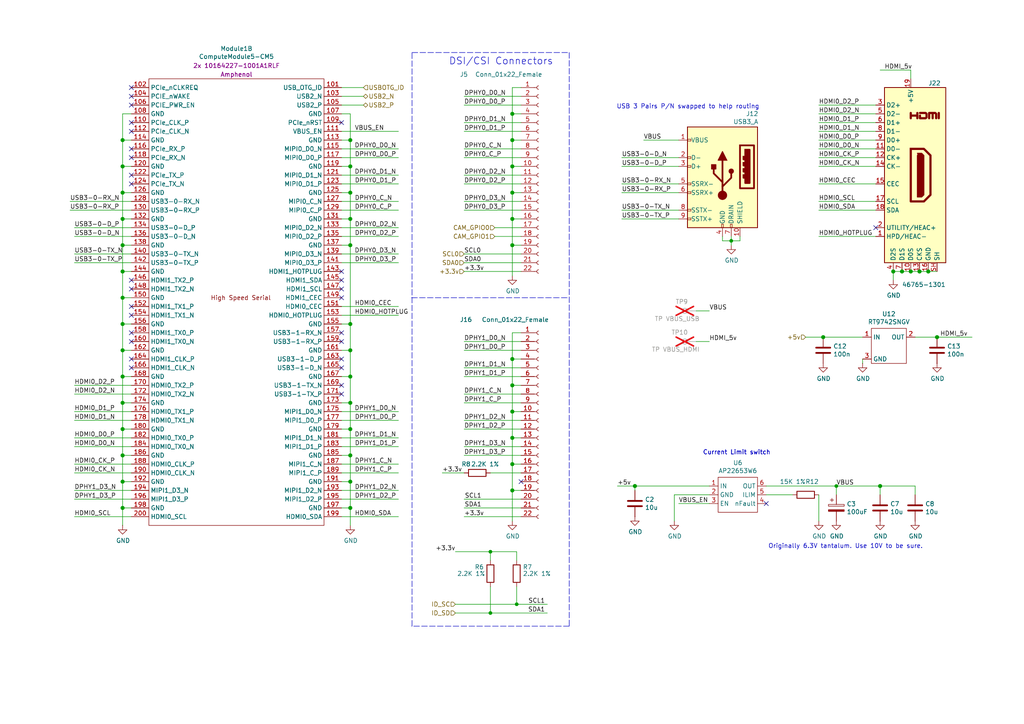
<source format=kicad_sch>
(kicad_sch (version 20250114) (generator "eeschema") (generator_version "9.0")
  (paper "A4")
  (title_block (title "Compute Module 5 IO Board - CM5 - Highspeed") (rev "1") (company "Copyright © 2024 Raspberry Pi Ltd.") (comment 1 "www.raspberrypi.com"))
  (text "USB 3 Pairs P/N swapped to help routing" (at 178.816 31.75 0) (effects (font (size 1.27 1.27)) (justify left bottom)))
  (text "Current Limit switch" (at 223.52 132.08 0) (effects (font (size 1.27 1.27)) (justify right bottom)))
  (text "DSI/CSI Connectors" (at 130.175 19.05 0) (effects (font (size 2.0066 2.0066)) (justify left bottom)))
  (text "Current Limit switch" (at 223.52 132.08 0) (effects (font (size 1.27 1.27)) (justify right bottom)))
  (text "Originally 6.3V tantalum. Use 10V to be sure.\n" (at 267.716 159.258 0) (effects (font (size 1.27 1.27)) (justify right bottom)))
  (junction (at 148.59 33.02) (diameter 1.016))
  (junction (at 142.24 160.02))
  (junction (at 35.56 147.32) (diameter 1.016))
  (junction (at 35.56 132.08) (diameter 1.016))
  (junction (at 148.59 119.38) (diameter 1.016))
  (junction (at 101.6 132.08) (diameter 1.016))
  (junction (at 35.56 71.12) (diameter 1.016))
  (junction (at 101.6 55.88) (diameter 1.016))
  (junction (at 255.27 140.97) (diameter 1.016))
  (junction (at 266.7 78.74) (diameter 1.016))
  (junction (at 148.59 142.24) (diameter 1.016))
  (junction (at 148.59 134.62) (diameter 1.016))
  (junction (at 101.6 147.32) (diameter 1.016))
  (junction (at 35.56 40.64) (diameter 1.016))
  (junction (at 148.59 104.14) (diameter 1.016))
  (junction (at 101.6 40.64) (diameter 1.016))
  (junction (at 148.59 55.88) (diameter 1.016))
  (junction (at 35.56 55.88) (diameter 1.016))
  (junction (at 101.6 101.6) (diameter 1.016))
  (junction (at 238.76 97.79) (diameter 1.016))
  (junction (at 101.6 124.46) (diameter 1.016))
  (junction (at 269.24 78.74) (diameter 1.016))
  (junction (at 148.59 48.26) (diameter 1.016))
  (junction (at 149.86 175.26))
  (junction (at 35.56 78.74) (diameter 1.016))
  (junction (at 101.6 116.84) (diameter 1.016))
  (junction (at 148.59 127) (diameter 1.016))
  (junction (at 35.56 48.26) (diameter 1.016))
  (junction (at 101.6 63.5) (diameter 1.016))
  (junction (at 259.08 78.74) (diameter 1.016))
  (junction (at 184.15 140.97) (diameter 1.016))
  (junction (at 142.24 177.8))
  (junction (at 101.6 48.26) (diameter 1.016))
  (junction (at 35.56 139.7) (diameter 1.016))
  (junction (at 101.6 139.7) (diameter 1.016))
  (junction (at 148.59 63.5) (diameter 1.016))
  (junction (at 101.6 93.98) (diameter 1.016))
  (junction (at 35.56 101.6) (diameter 1.016))
  (junction (at 261.62 78.74) (diameter 1.016))
  (junction (at 35.56 116.84) (diameter 1.016))
  (junction (at 35.56 86.36) (diameter 1.016))
  (junction (at 101.6 71.12) (diameter 1.016))
  (junction (at 212.09 69.85))
  (junction (at 101.6 109.22) (diameter 1.016))
  (junction (at 35.56 63.5) (diameter 1.016))
  (junction (at 271.78 97.79) (diameter 1.016))
  (junction (at 264.16 78.74) (diameter 1.016))
  (junction (at 148.59 111.76) (diameter 1.016))
  (junction (at 242.57 140.97))
  (junction (at 35.56 93.98) (diameter 1.016))
  (junction (at 148.59 40.64) (diameter 1.016))
  (junction (at 148.59 71.12) (diameter 1.016))
  (junction (at 35.56 124.46) (diameter 1.016))
  (junction (at 35.56 109.22) (diameter 1.016))
  (no_connect (at 38.1 38.1))
  (no_connect (at 38.1 25.4))
  (no_connect (at 99.06 111.76))
  (no_connect (at 99.06 35.56))
  (no_connect (at 38.1 96.52))
  (no_connect (at 222.25 146.05))
  (no_connect (at 38.1 45.72))
  (no_connect (at 38.1 30.48))
  (no_connect (at 38.1 106.68))
  (no_connect (at 38.1 53.34))
  (no_connect (at 254 66.04))
  (no_connect (at 99.06 83.82))
  (no_connect (at 99.06 86.36))
  (no_connect (at 151.13 139.7))
  (no_connect (at 99.06 99.06))
  (no_connect (at 38.1 81.28))
  (no_connect (at 99.06 104.14))
  (no_connect (at 38.1 50.8))
  (no_connect (at 99.06 78.74))
  (no_connect (at 38.1 43.18))
  (no_connect (at 38.1 104.14))
  (no_connect (at 99.06 114.3))
  (no_connect (at 99.06 96.52))
  (no_connect (at 38.1 91.44))
  (no_connect (at 99.06 106.68))
  (no_connect (at 99.06 81.28))
  (no_connect (at 38.1 99.06))
  (no_connect (at 38.1 83.82))
  (no_connect (at 38.1 88.9))
  (no_connect (at 38.1 35.56))
  (no_connect (at 38.1 27.94))
  (wire (pts (xy 134.62 109.22) (xy 151.13 109.22)))
  (wire (pts (xy 99.06 144.78) (xy 115.57 144.78)))
  (wire (pts (xy 21.59 111.76) (xy 38.1 111.76)))
  (wire (pts (xy 21.59 142.24) (xy 38.1 142.24)))
  (wire (pts (xy 261.62 78.74) (xy 264.16 78.74)))
  (wire (pts (xy 179.07 140.97) (xy 184.15 140.97)))
  (wire (pts (xy 148.59 40.64) (xy 148.59 48.26)))
  (wire (pts (xy 99.06 38.1) (xy 115.57 38.1)))
  (wire (pts (xy 35.56 63.5) (xy 35.56 71.12)))
  (wire (pts (xy 35.56 139.7) (xy 35.56 147.32)))
  (wire (pts (xy 222.25 143.51) (xy 229.87 143.51)))
  (wire (pts (xy 35.56 33.02) (xy 35.56 40.64)))
  (wire (pts (xy 35.56 86.36) (xy 35.56 93.98)))
  (wire (pts (xy 237.49 68.58) (xy 254 68.58)))
  (wire (pts (xy 21.59 119.38) (xy 38.1 119.38)))
  (wire (pts (xy 35.56 71.12) (xy 35.56 78.74)))
  (wire (pts (xy 35.56 101.6) (xy 35.56 109.22)))
  (wire (pts (xy 101.6 48.26) (xy 101.6 40.64)))
  (wire (pts (xy 134.62 132.08) (xy 151.13 132.08)))
  (wire (pts (xy 99.06 30.48) (xy 105.41 30.48)))
  (wire (pts (xy 35.56 86.36) (xy 38.1 86.36)))
  (wire (pts (xy 148.59 104.14) (xy 148.59 111.76)))
  (wire (pts (xy 148.59 63.5) (xy 151.13 63.5)))
  (wire (pts (xy 148.59 33.02) (xy 148.59 40.64)))
  (wire (pts (xy 35.56 109.22) (xy 35.56 116.84)))
  (wire (pts (xy 35.56 48.26) (xy 35.56 55.88)))
  (wire (pts (xy 35.56 132.08) (xy 38.1 132.08)))
  (wire (pts (xy 101.6 71.12) (xy 101.6 63.5)))
  (wire (pts (xy 238.76 97.79) (xy 250.19 97.79)))
  (wire (pts (xy 237.49 53.34) (xy 254 53.34)))
  (wire (pts (xy 99.06 119.38) (xy 115.57 119.38)))
  (wire (pts (xy 266.7 78.74) (xy 269.24 78.74)))
  (polyline (pts (xy 165.1 15.24) (xy 165.1 181.61)) (stroke (width 0) (type dash)))
  (wire (pts (xy 132.08 177.8) (xy 142.24 177.8)))
  (wire (pts (xy 35.56 109.22) (xy 38.1 109.22)))
  (wire (pts (xy 38.1 147.32) (xy 35.56 147.32)))
  (wire (pts (xy 148.59 55.88) (xy 148.59 63.5)))
  (wire (pts (xy 142.24 160.02) (xy 149.86 160.02)))
  (wire (pts (xy 99.06 101.6) (xy 101.6 101.6)))
  (wire (pts (xy 265.43 97.79) (xy 271.78 97.79)))
  (wire (pts (xy 148.59 48.26) (xy 151.13 48.26)))
  (wire (pts (xy 35.56 55.88) (xy 35.56 63.5)))
  (wire (pts (xy 132.08 160.02) (xy 142.24 160.02)))
  (wire (pts (xy 21.59 114.3) (xy 38.1 114.3)))
  (wire (pts (xy 237.49 60.96) (xy 254 60.96)))
  (wire (pts (xy 142.24 170.18) (xy 142.24 177.8)))
  (wire (pts (xy 180.34 63.5) (xy 196.85 63.5)))
  (wire (pts (xy 99.06 40.64) (xy 101.6 40.64)))
  (wire (pts (xy 134.62 99.06) (xy 151.13 99.06)))
  (wire (pts (xy 151.13 73.66) (xy 134.62 73.66)))
  (wire (pts (xy 21.59 73.66) (xy 38.1 73.66)))
  (wire (pts (xy 21.59 127) (xy 38.1 127)))
  (wire (pts (xy 21.59 66.04) (xy 38.1 66.04)))
  (wire (pts (xy 142.24 160.02) (xy 142.24 162.56)))
  (wire (pts (xy 101.6 124.46) (xy 101.6 132.08)))
  (wire (pts (xy 148.59 96.52) (xy 148.59 104.14)))
  (wire (pts (xy 195.58 143.51) (xy 195.58 151.13)))
  (wire (pts (xy 99.06 149.86) (xy 115.57 149.86)))
  (wire (pts (xy 149.86 160.02) (xy 149.86 162.56)))
  (wire (pts (xy 196.85 146.05) (xy 205.74 146.05)))
  (wire (pts (xy 237.49 43.18) (xy 254 43.18)))
  (wire (pts (xy 101.6 116.84) (xy 101.6 124.46)))
  (wire (pts (xy 134.62 114.3) (xy 151.13 114.3)))
  (wire (pts (xy 21.59 129.54) (xy 38.1 129.54)))
  (wire (pts (xy 21.59 76.2) (xy 38.1 76.2)))
  (wire (pts (xy 101.6 147.32) (xy 101.6 152.4)))
  (wire (pts (xy 99.06 50.8) (xy 115.57 50.8)))
  (wire (pts (xy 255.27 143.51) (xy 255.27 140.97)))
  (wire (pts (xy 99.06 76.2) (xy 115.57 76.2)))
  (wire (pts (xy 271.78 97.79) (xy 281.94 97.79)))
  (wire (pts (xy 99.06 132.08) (xy 101.6 132.08)))
  (wire (pts (xy 201.93 99.06) (xy 205.74 99.06)))
  (wire (pts (xy 259.08 78.74) (xy 259.08 81.28)))
  (wire (pts (xy 148.59 119.38) (xy 148.59 127)))
  (wire (pts (xy 237.49 40.64) (xy 254 40.64)))
  (wire (pts (xy 99.06 88.9) (xy 115.57 88.9)))
  (wire (pts (xy 237.49 143.51) (xy 237.49 151.13)))
  (wire (pts (xy 250.19 104.14) (xy 250.19 105.41)))
  (wire (pts (xy 205.74 143.51) (xy 195.58 143.51)))
  (wire (pts (xy 180.34 45.72) (xy 196.85 45.72)))
  (wire (pts (xy 142.24 137.16) (xy 151.13 137.16)))
  (wire (pts (xy 35.56 63.5) (xy 38.1 63.5)))
  (wire (pts (xy 180.34 55.88) (xy 196.85 55.88)))
  (wire (pts (xy 143.51 68.58) (xy 151.13 68.58)))
  (wire (pts (xy 148.59 134.62) (xy 151.13 134.62)))
  (wire (pts (xy 99.06 48.26) (xy 101.6 48.26)))
  (wire (pts (xy 134.62 58.42) (xy 151.13 58.42)))
  (wire (pts (xy 134.62 35.56) (xy 151.13 35.56)))
  (wire (pts (xy 151.13 147.32) (xy 134.62 147.32)))
  (wire (pts (xy 134.62 106.68) (xy 151.13 106.68)))
  (wire (pts (xy 101.6 93.98) (xy 101.6 101.6)))
  (wire (pts (xy 209.55 68.58) (xy 209.55 69.85)))
  (wire (pts (xy 134.62 53.34) (xy 151.13 53.34)))
  (wire (pts (xy 134.62 38.1) (xy 151.13 38.1)))
  (wire (pts (xy 35.56 116.84) (xy 35.56 124.46)))
  (wire (pts (xy 35.56 40.64) (xy 38.1 40.64)))
  (polyline (pts (xy 119.38 86.36) (xy 165.1 86.36)) (stroke (width 0) (type dash)))
  (wire (pts (xy 38.1 139.7) (xy 35.56 139.7)))
  (wire (pts (xy 180.34 53.34) (xy 196.85 53.34)))
  (wire (pts (xy 151.13 149.86) (xy 134.62 149.86)))
  (wire (pts (xy 99.06 73.66) (xy 115.57 73.66)))
  (wire (pts (xy 148.59 111.76) (xy 148.59 119.38)))
  (wire (pts (xy 222.25 140.97) (xy 242.57 140.97)))
  (wire (pts (xy 99.06 45.72) (xy 115.57 45.72)))
  (wire (pts (xy 242.57 140.97) (xy 255.27 140.97)))
  (wire (pts (xy 21.59 134.62) (xy 38.1 134.62)))
  (wire (pts (xy 184.15 140.97) (xy 205.74 140.97)))
  (wire (pts (xy 134.62 129.54) (xy 151.13 129.54)))
  (wire (pts (xy 237.49 38.1) (xy 254 38.1)))
  (wire (pts (xy 148.59 127) (xy 151.13 127)))
  (wire (pts (xy 148.59 25.4) (xy 148.59 33.02)))
  (wire (pts (xy 264.16 78.74) (xy 266.7 78.74)))
  (wire (pts (xy 212.09 69.85) (xy 214.63 69.85)))
  (wire (pts (xy 35.56 124.46) (xy 38.1 124.46)))
  (wire (pts (xy 142.24 177.8) (xy 158.75 177.8)))
  (wire (pts (xy 233.68 97.79) (xy 238.76 97.79)))
  (wire (pts (xy 99.06 68.58) (xy 115.57 68.58)))
  (wire (pts (xy 99.06 55.88) (xy 101.6 55.88)))
  (wire (pts (xy 148.59 71.12) (xy 151.13 71.12)))
  (wire (pts (xy 148.59 142.24) (xy 148.59 151.13)))
  (wire (pts (xy 99.06 58.42) (xy 115.57 58.42)))
  (wire (pts (xy 148.59 119.38) (xy 151.13 119.38)))
  (wire (pts (xy 99.06 116.84) (xy 101.6 116.84)))
  (wire (pts (xy 99.06 93.98) (xy 101.6 93.98)))
  (wire (pts (xy 148.59 71.12) (xy 148.59 80.01)))
  (wire (pts (xy 101.6 139.7) (xy 101.6 147.32)))
  (wire (pts (xy 101.6 55.88) (xy 101.6 48.26)))
  (wire (pts (xy 214.63 69.85) (xy 214.63 68.58)))
  (wire (pts (xy 148.59 134.62) (xy 148.59 142.24)))
  (wire (pts (xy 134.62 60.96) (xy 151.13 60.96)))
  (wire (pts (xy 99.06 134.62) (xy 115.57 134.62)))
  (wire (pts (xy 99.06 91.44) (xy 115.57 91.44)))
  (wire (pts (xy 134.62 121.92) (xy 151.13 121.92)))
  (wire (pts (xy 151.13 78.74) (xy 134.62 78.74)))
  (wire (pts (xy 99.06 66.04) (xy 115.57 66.04)))
  (wire (pts (xy 237.49 30.48) (xy 254 30.48)))
  (wire (pts (xy 134.62 27.94) (xy 151.13 27.94)))
  (wire (pts (xy 151.13 96.52) (xy 148.59 96.52)))
  (wire (pts (xy 101.6 109.22) (xy 101.6 116.84)))
  (wire (pts (xy 99.06 43.18) (xy 115.57 43.18)))
  (wire (pts (xy 35.56 93.98) (xy 38.1 93.98)))
  (wire (pts (xy 35.56 116.84) (xy 38.1 116.84)))
  (wire (pts (xy 134.62 50.8) (xy 151.13 50.8)))
  (wire (pts (xy 99.06 63.5) (xy 101.6 63.5)))
  (wire (pts (xy 38.1 33.02) (xy 35.56 33.02)))
  (polyline (pts (xy 119.507 15.24) (xy 165.1 15.24)) (stroke (width 0) (type dash)))
  (wire (pts (xy 21.59 144.78) (xy 38.1 144.78)))
  (wire (pts (xy 99.06 142.24) (xy 115.57 142.24)))
  (wire (pts (xy 151.13 144.78) (xy 134.62 144.78)))
  (wire (pts (xy 201.93 90.17) (xy 205.74 90.17)))
  (wire (pts (xy 148.59 40.64) (xy 151.13 40.64)))
  (wire (pts (xy 264.16 20.32) (xy 264.16 22.86)))
  (wire (pts (xy 255.27 140.97) (xy 265.43 140.97)))
  (wire (pts (xy 35.56 71.12) (xy 38.1 71.12)))
  (wire (pts (xy 35.56 124.46) (xy 35.56 132.08)))
  (wire (pts (xy 99.06 60.96) (xy 115.57 60.96)))
  (wire (pts (xy 99.06 127) (xy 115.57 127)))
  (wire (pts (xy 180.34 48.26) (xy 196.85 48.26)))
  (wire (pts (xy 242.57 140.97) (xy 242.57 143.51)))
  (wire (pts (xy 149.86 175.26) (xy 158.75 175.26)))
  (wire (pts (xy 35.56 101.6) (xy 38.1 101.6)))
  (wire (pts (xy 148.59 33.02) (xy 151.13 33.02)))
  (wire (pts (xy 20.32 60.96) (xy 38.1 60.96)))
  (wire (pts (xy 269.24 78.74) (xy 271.78 78.74)))
  (wire (pts (xy 209.55 69.85) (xy 212.09 69.85)))
  (wire (pts (xy 180.34 60.96) (xy 196.85 60.96)))
  (wire (pts (xy 99.06 124.46) (xy 101.6 124.46)))
  (wire (pts (xy 148.59 104.14) (xy 151.13 104.14)))
  (wire (pts (xy 35.56 55.88) (xy 38.1 55.88)))
  (wire (pts (xy 132.08 175.26) (xy 149.86 175.26)))
  (wire (pts (xy 21.59 149.86) (xy 38.1 149.86)))
  (wire (pts (xy 134.62 30.48) (xy 151.13 30.48)))
  (wire (pts (xy 99.06 109.22) (xy 101.6 109.22)))
  (wire (pts (xy 151.13 25.4) (xy 148.59 25.4)))
  (wire (pts (xy 149.86 170.18) (xy 149.86 175.26)))
  (wire (pts (xy 237.49 45.72) (xy 254 45.72)))
  (wire (pts (xy 143.51 66.04) (xy 151.13 66.04)))
  (wire (pts (xy 99.06 53.34) (xy 115.57 53.34)))
  (wire (pts (xy 259.08 78.74) (xy 261.62 78.74)))
  (wire (pts (xy 255.27 20.32) (xy 264.16 20.32)))
  (wire (pts (xy 35.56 132.08) (xy 35.56 139.7)))
  (wire (pts (xy 134.62 101.6) (xy 151.13 101.6)))
  (wire (pts (xy 99.06 129.54) (xy 115.57 129.54)))
  (wire (pts (xy 99.06 27.94) (xy 105.41 27.94)))
  (wire (pts (xy 20.32 58.42) (xy 38.1 58.42)))
  (wire (pts (xy 101.6 40.64) (xy 101.6 33.02)))
  (wire (pts (xy 128.27 137.16) (xy 134.62 137.16)))
  (wire (pts (xy 148.59 48.26) (xy 148.59 55.88)))
  (wire (pts (xy 101.6 63.5) (xy 101.6 55.88)))
  (wire (pts (xy 212.09 69.85) (xy 212.09 71.12)))
  (wire (pts (xy 151.13 76.2) (xy 134.62 76.2)))
  (wire (pts (xy 237.49 58.42) (xy 254 58.42)))
  (wire (pts (xy 212.09 68.58) (xy 212.09 69.85)))
  (wire (pts (xy 35.56 78.74) (xy 38.1 78.74)))
  (wire (pts (xy 101.6 132.08) (xy 101.6 139.7)))
  (wire (pts (xy 35.56 48.26) (xy 38.1 48.26)))
  (wire (pts (xy 99.06 121.92) (xy 115.57 121.92)))
  (wire (pts (xy 101.6 71.12) (xy 101.6 93.98)))
  (wire (pts (xy 134.62 43.18) (xy 151.13 43.18)))
  (wire (pts (xy 35.56 93.98) (xy 35.56 101.6)))
  (wire (pts (xy 148.59 142.24) (xy 151.13 142.24)))
  (wire (pts (xy 99.06 71.12) (xy 101.6 71.12)))
  (polyline (pts (xy 119.507 181.61) (xy 119.507 15.24)) (stroke (width 0) (type dash)))
  (wire (pts (xy 21.59 68.58) (xy 38.1 68.58)))
  (wire (pts (xy 184.15 142.24) (xy 184.15 140.97)))
  (wire (pts (xy 186.69 40.64) (xy 196.85 40.64)))
  (wire (pts (xy 101.6 33.02) (xy 99.06 33.02)))
  (wire (pts (xy 148.59 63.5) (xy 148.59 71.12)))
  (wire (pts (xy 101.6 101.6) (xy 101.6 109.22)))
  (wire (pts (xy 21.59 121.92) (xy 38.1 121.92)))
  (wire (pts (xy 35.56 78.74) (xy 35.56 86.36)))
  (wire (pts (xy 35.56 147.32) (xy 35.56 152.4)))
  (wire (pts (xy 148.59 127) (xy 148.59 134.62)))
  (wire (pts (xy 99.06 147.32) (xy 101.6 147.32)))
  (wire (pts (xy 134.62 116.84) (xy 151.13 116.84)))
  (wire (pts (xy 265.43 140.97) (xy 265.43 143.51)))
  (wire (pts (xy 35.56 40.64) (xy 35.56 48.26)))
  (wire (pts (xy 148.59 55.88) (xy 151.13 55.88)))
  (wire (pts (xy 99.06 139.7) (xy 101.6 139.7)))
  (wire (pts (xy 237.49 33.02) (xy 254 33.02)))
  (wire (pts (xy 148.59 111.76) (xy 151.13 111.76)))
  (wire (pts (xy 21.59 137.16) (xy 38.1 137.16)))
  (wire (pts (xy 237.49 35.56) (xy 254 35.56)))
  (polyline (pts (xy 165.1 181.61) (xy 119.38 181.61)) (stroke (width 0) (type dash)))
  (wire (pts (xy 237.49 48.26) (xy 254 48.26)))
  (wire (pts (xy 134.62 124.46) (xy 151.13 124.46)))
  (wire (pts (xy 99.06 137.16) (xy 115.57 137.16)))
  (wire (pts (xy 134.62 45.72) (xy 151.13 45.72)))
  (wire (pts (xy 105.41 25.4) (xy 99.06 25.4)))
  (label "HDMI0_D1_N" (at 21.59 121.92 0))
  (label "DPHY1_D3_P" (at 21.59 144.78 0))
  (label "DPHY0_D1_P" (at 114.935 53.34 180))
  (label "USB3-0-TX_N" (at 180.34 60.96 0))
  (label "DPHY0_D2_N" (at 134.62 50.8 0))
  (label "HDMI0_CK_N" (at 237.49 48.26 0))
  (label "VBUS_EN" (at 102.87 38.1 0))
  (label "HDMI0_D2_N" (at 237.49 33.02 0))
  (label "HDMI0_D1_N" (at 237.49 38.1 0))
  (label "SDA0" (at 134.62 76.2 0))
  (label "DPHY0_D0_P" (at 114.935 45.72 180))
  (label "+3.3v" (at 132.08 160.02 180))
  (label "DPHY1_D1_P" (at 134.62 109.22 0))
  (label "HDMI0_D0_P" (at 237.49 40.64 0))
  (label "DPHY1_C_N" (at 102.87 134.62 0))
  (label "DPHY1_C_N" (at 134.62 114.3 0))
  (label "USB3-0-RX_P" (at 180.34 55.88 0))
  (label "DPHY0_D0_N" (at 134.62 27.94 0))
  (label "DPHY1_D3_N" (at 134.62 129.54 0))
  (label "USB3-0-D_N" (at 21.59 68.58 0))
  (label "SCL0" (at 134.62 73.66 0))
  (label "HDMI0_D2_P" (at 21.59 111.76 0))
  (label "USB3-0-RX_N" (at 180.34 53.34 0))
  (label "DPHY1_D2_N" (at 102.87 142.24 0))
  (label "+3.3v" (at 134.62 78.74 0))
  (label "USB3-0-D_P" (at 180.34 48.26 0))
  (label "SCL1" (at 139.7 144.78 180))
  (label "USB3-0-TX_N" (at 21.59 73.66 0))
  (label "VBUS_EN" (at 196.85 146.05 0))
  (label "+5v" (at 179.07 140.97 0))
  (label "HDMI0_CK_P" (at 21.59 134.62 0))
  (label "USB3-0-TX_P" (at 21.59 76.2 0))
  (label "DPHY0_D3_P" (at 114.935 76.2 180))
  (label "DPHY1_D2_P" (at 134.62 124.46 0))
  (label "DPHY1_D0_P" (at 134.62 101.6 0))
  (label "USB3-0-RX_N" (at 20.32 58.42 0))
  (label "DPHY0_D0_P" (at 134.62 30.48 0))
  (label "DPHY0_C_P" (at 102.87 60.96 0))
  (label "DPHY1_C_P" (at 102.87 137.16 0))
  (label "HDMI0_CK_N" (at 21.59 137.16 0))
  (label "HDMI0_CEC" (at 102.87 88.9 0))
  (label "HDMI0_D2_N" (at 21.59 114.3 0))
  (label "HDMI0_D0_N" (at 237.49 43.18 0))
  (label "DPHY1_D3_P" (at 134.62 132.08 0))
  (label "HDMI0_HOTPLUG" (at 237.49 68.58 0))
  (label "DPHY1_D1_N" (at 114.935 127 180))
  (label "VBUS" (at 205.74 90.17 0))
  (label "DPHY1_D0_N" (at 134.62 99.06 0))
  (label "DPHY0_D2_N" (at 102.87 66.04 0))
  (label "HDMI0_D1_P" (at 21.59 119.38 0))
  (label "DPHY0_D3_N" (at 114.935 73.66 180))
  (label "HDMI0_D0_P" (at 21.59 127 0))
  (label "DPHY0_C_N" (at 134.62 43.18 0))
  (label "DPHY1_D2_N" (at 134.62 121.92 0))
  (label "DPHY0_D2_P" (at 102.87 68.58 0))
  (label "DPHY0_D2_P" (at 134.62 53.34 0))
  (label "HDMI0_D2_P" (at 237.49 30.48 0))
  (label "DPHY0_D1_N" (at 114.935 50.8 180))
  (label "DPHY0_D3_P" (at 134.62 60.96 0))
  (label "DPHY0_D1_N" (at 134.62 35.56 0))
  (label "HDMI_5v" (at 280.67 97.79 180))
  (label "DPHY0_D3_N" (at 134.62 58.42 0))
  (label "VBUS" (at 242.57 140.97 0))
  (label "USB3-0-D_P" (at 21.59 66.04 0))
  (label "VBUS" (at 186.69 40.64 0))
  (label "HDMI0_SCL" (at 21.59 149.86 0))
  (label "DPHY1_D0_N" (at 114.935 119.38 180))
  (label "DPHY1_D0_P" (at 114.935 121.92 180))
  (label "DPHY0_D1_P" (at 134.62 38.1 0))
  (label "HDMI0_CK_P" (at 237.49 45.72 0))
  (label "DPHY1_D1_N" (at 134.62 106.68 0))
  (label "SDA1" (at 139.7 147.32 180))
  (label "DPHY1_D2_P" (at 102.87 144.78 0))
  (label "USB3-0-RX_P" (at 20.32 60.96 0))
  (label "DPHY1_D1_P" (at 114.935 129.54 180))
  (label "HDMI0_HOTPLUG" (at 102.87 91.44 0))
  (label "HDMI_5v" (at 205.74 99.06 0))
  (label "HDMI0_CEC" (at 237.49 53.34 0))
  (label "DPHY0_D0_N" (at 114.935 43.18 180))
  (label "HDMI0_SDA" (at 237.49 60.96 0))
  (label "DPHY0_C_P" (at 134.62 45.72 0))
  (label "HDMI0_D1_P" (at 237.49 35.56 0))
  (label "+3.3v" (at 134.62 149.86 0))
  (label "USB3-0-D_N" (at 180.34 45.72 0))
  (label "SCL1" (at 158.115 175.26 180))
  (label "SDA1" (at 158.115 177.8 180))
  (label "HDMI0_SCL" (at 237.49 58.42 0))
  (label "HDMI0_D0_N" (at 21.59 129.54 0))
  (label "HDMI0_SDA" (at 102.87 149.86 0))
  (label "DPHY1_C_P" (at 134.62 116.84 0))
  (label "HDMI_5v" (at 256.54 20.32 0))
  (label "+3.3v" (at 128.27 137.16 0))
  (label "DPHY0_C_N" (at 102.87 58.42 0))
  (label "DPHY1_D3_N" (at 21.59 142.24 0))
  (label "USB3-0-TX_P" (at 180.34 63.5 0))
  (hierarchical_label "USBOTG_ID" (shape input) (at 105.41 25.4 0))
  (hierarchical_label "CAM_GPIO0" (shape input) (at 143.51 66.04 180))
  (hierarchical_label "+5v" (shape input) (at 233.68 97.79 180))
  (hierarchical_label "SCL0" (shape input) (at 134.62 73.66 180))
  (hierarchical_label "ID_SC" (shape input) (at 132.08 175.26 180))
  (hierarchical_label "+3.3v" (shape input) (at 134.62 78.74 180))
  (hierarchical_label "USB2_P" (shape bidirectional) (at 105.41 30.48 0))
  (hierarchical_label "USB2_N" (shape bidirectional) (at 105.41 27.94 0))
  (hierarchical_label "ID_SD" (shape input) (at 132.08 177.8 180))
  (hierarchical_label "CAM_GPIO1" (shape input) (at 143.51 68.58 180))
  (hierarchical_label "SDA0" (shape input) (at 134.62 76.2 180))
  (symbol (lib_id "power:GND") (at 259.08 81.28 0) (unit 1)
    (property "Reference" "#PWR0128" (effects (hide yes)))
    (property "Value" "GND" (at 259.207 85.6742 0))
    (property "Description" "Power symbol creates a global label with name \"GND\" , ground" (effects (hide yes)))
  )
  (symbol (lib_id "power:GND") (at 101.6 152.4 0) (unit 1)
    (property "Reference" "#PWR0130" (effects (hide yes)))
    (property "Value" "GND" (at 101.727 156.7942 0))
    (property "Description" "Power symbol creates a global label with name \"GND\" , ground" (effects (hide yes)))
  )
  (symbol (lib_id "power:GND") (at 35.56 152.4 0) (unit 1)
    (property "Reference" "#PWR0131" (effects (hide yes)))
    (property "Value" "GND" (at 35.687 156.7942 0))
    (property "Description" "Power symbol creates a global label with name \"GND\" , ground" (effects (hide yes)))
  )
  (symbol (lib_id "power:GND") (at 148.59 80.01 0) (unit 1)
    (property "Reference" "#PWR0134" (effects (hide yes)))
    (property "Value" "GND" (at 148.717 84.4042 0))
    (property "Description" "Power symbol creates a global label with name \"GND\" , ground" (effects (hide yes)))
  )
  (symbol (lib_id "power:GND") (at 148.59 151.13 0) (unit 1)
    (property "Reference" "#PWR0135" (effects (hide yes)))
    (property "Value" "GND" (at 148.717 155.5242 0))
    (property "Description" "Power symbol creates a global label with name \"GND\" , ground" (effects (hide yes)))
  )
  (symbol (lib_id "Device:R") (at 142.24 166.37 0) (unit 1)
    (property "Reference" "R6" (at 137.668 164.465 0) (effects (justify left)))
    (property "Value" "2.2K 1%" (at 132.588 166.37 0) (effects (justify left)))
    (property "Footprint" "Resistor_SMD:R_0402_1005Metric" (effects (hide yes)))
    (property "Datasheet" "https://fscdn.rohm.com/en/products/databook/datasheet/passive/resistor/chip_resistor/mcr-e.pdf" (effects (hide yes)))
    (property "Field4" "Farnell" (effects (hide yes)))
    (property "Part Description" "Resistor 2.2K M1005 1% 63mW" (effects (hide yes)))
  )
  (symbol (lib_id "Device:R") (at 149.86 166.37 0) (unit 1)
    (property "Reference" "R7" (at 151.638 164.465 0) (effects (justify left)))
    (property "Value" "2.2K 1%" (at 151.638 166.37 0) (effects (justify left)))
    (property "Footprint" "Resistor_SMD:R_0402_1005Metric" (effects (hide yes)))
    (property "Datasheet" "https://fscdn.rohm.com/en/products/databook/datasheet/passive/resistor/chip_resistor/mcr-e.pdf" (effects (hide yes)))
    (property "Field4" "Farnell" (effects (hide yes)))
    (property "Part Description" "Resistor 2.2K M1005 1% 63mW" (effects (hide yes)))
  )
  (symbol (lib_id "Connector:Conn_01x22_Socket") (at 156.21 50.8 0) (unit 1)
    (property "Reference" "J5" (at 133.35 21.59 0) (effects (justify left)))
    (property "Value" "Conn_01x22_Female" (at 137.795 21.59 0) (effects (justify left)))
    (property "Footprint" "CM5IO:Hirose_FH12-22S-0.5SH_1x22-1MP_P0.50mm_Horizontal" (effects (hide yes)))
    (property "Datasheet" "https://www.hirose.com/product/document?clcode=&productname=&series=FH12&documenttype=Catalog&lang=en&documentid=D31648_en" (effects (hide yes)))
    (property "Field4" "Mouser" (effects (hide yes)))
    (property "Field5" "798-FH12-22S-0.5SH55" (effects (hide yes)))
    (property "Field6" "FH12-22S-0.5SH55" (effects (hide yes)))
    (property "Field7" "Hirose" (effects (hide yes)))
    (property "Part Description" "22 Position FFC, FPC Connector Contacts, Bottom 0.020\" (0.50mm) Surface Mount, Right Angle" (effects (hide yes)))
  )
  (symbol (lib_id "Connector:Conn_01x22_Socket") (at 156.21 121.92 0) (unit 1)
    (property "Reference" "J16" (at 133.35 92.71 0) (effects (justify left)))
    (property "Value" "Conn_01x22_Female" (at 139.7 92.71 0) (effects (justify left)))
    (property "Footprint" "CM5IO:Hirose_FH12-22S-0.5SH_1x22-1MP_P0.50mm_Horizontal" (effects (hide yes)))
    (property "Datasheet" "https://www.hirose.com/product/document?clcode=&productname=&series=FH12&documenttype=Catalog&lang=en&documentid=D31648_en" (effects (hide yes)))
    (property "Field4" "Mouser" (effects (hide yes)))
    (property "Field5" "798-FH12-22S-0.5SH55" (effects (hide yes)))
    (property "Field6" "FH12-22S-0.5SH55" (effects (hide yes)))
    (property "Field7" "Hirose" (effects (hide yes)))
    (property "Part Description" "22 Position FFC, FPC Connector Contacts, Bottom 0.020\" (0.50mm) Surface Mount, Right Angle" (effects (hide yes)))
  )
  (symbol (lib_id "Connector:HDMI_D_1.4") (at 264.16 50.8 0) (unit 1)
    (property "Reference" "J22" (at 269.24 24.13 0) (effects (justify left)))
    (property "Value" "46765-1301" (at 261.62 82.55 0) (effects (justify left)))
    (property "Footprint" "CM5IO:CONN_467651301_MOL" (effects (hide yes)))
    (property "Datasheet" "https://www.farnell.com/datasheets/2079986.pdf" (effects (hide yes)))
    (property "Description" "HDMI 1.4+ type D connector" (effects (hide yes)))
    (property "Field4" "Farnell" (effects (hide yes)))
    (property "Field5" "2614867" (effects (hide yes)))
    (property "Field6" "46765-1301" (effects (hide yes)))
    (property "Field7" "MOLEX" (effects (hide yes)))
    (property "Part Description" "0.40mm Pitch Micro HDMI Connector, Right-Angle Receptacle, Surface Mount, with Through Hole Shell Tabs and Pick-and-Place Polyimide Tape, 19 Circuits, Lead-Free " (effects (hide yes)))
  )
  (symbol (lib_id "Device:C") (at 271.78 101.6 0) (unit 1)
    (property "Reference" "C13" (at 274.701 100.4316 0) (effects (justify left)))
    (property "Value" "100n" (at 274.701 102.743 0) (effects (justify left)))
    (property "Footprint" "Capacitor_SMD:C_0402_1005Metric" (effects (hide yes)))
    (property "Datasheet" "https://search.murata.co.jp/Ceramy/image/img/A01X/G101/ENG/GRM155R71C104KA88-01.pdf" (effects (hide yes)))
    (property "Field4" "Farnell" (effects (hide yes)))
    (property "Field5" "2611911" (effects (hide yes)))
    (property "Field6" "RM EMK105 B7104KV-F" (effects (hide yes)))
    (property "Field7" "TAIYO YUDEN EUROPE GMBH" (effects (hide yes)))
    (property "Part Description" "	0.1uF 10% 16V Ceramic Capacitor X7R 0402 (1005 Metric)" (effects (hide yes)))
    (property "Field8" "110091611" (effects (hide yes)))
  )
  (symbol (lib_id "Device:C") (at 238.76 101.6 0) (unit 1)
    (property "Reference" "C12" (at 241.681 100.4316 0) (effects (justify left)))
    (property "Value" "100n" (at 241.681 102.743 0) (effects (justify left)))
    (property "Footprint" "Capacitor_SMD:C_0402_1005Metric" (effects (hide yes)))
    (property "Datasheet" "https://search.murata.co.jp/Ceramy/image/img/A01X/G101/ENG/GRM155R71C104KA88-01.pdf" (effects (hide yes)))
    (property "Field4" "Farnell" (effects (hide yes)))
    (property "Field5" "2611911" (effects (hide yes)))
    (property "Field6" "RM EMK105 B7104KV-F" (effects (hide yes)))
    (property "Field7" "TAIYO YUDEN EUROPE GMBH" (effects (hide yes)))
    (property "Part Description" "	0.1uF 10% 16V Ceramic Capacitor X7R 0402 (1005 Metric)" (effects (hide yes)))
    (property "Field8" "110091611" (effects (hide yes)))
  )
  (symbol (lib_id "CM5IO:RT9742SNGV") (at 255.27 101.6 0) (unit 1)
    (property "Reference" "U12" (at 257.81 91.059 0))
    (property "Value" "RT9742SNGV" (at 257.81 93.3704 0))
    (property "Footprint" "Package_TO_SOT_SMD:TSOT-23_HandSoldering" (effects (hide yes)))
    (property "Datasheet" "https://www.richtek.com/assets/product_file/RT9742/DS9742-10.pdf" (effects (hide yes)))
    (property "Field4" "Farnell" (effects (hide yes)))
    (property "Field5" "2575555" (effects (hide yes)))
    (property "Field6" "RT9742SNGV" (effects (hide yes)))
    (property "Field7" "RichTek" (effects (hide yes)))
    (property "Part Description" "Power Switch/Driver 1:1 N-Channel 500mA SOT-23-3" (effects (hide yes)))
    (property "Field8" "USWI00155" (effects (hide yes)))
  )
  (symbol (lib_id "power:GND") (at 271.78 105.41 0) (unit 1)
    (property "Reference" "#PWR0136" (effects (hide yes)))
    (property "Value" "GND" (at 271.907 109.8042 0))
    (property "Description" "Power symbol creates a global label with name \"GND\" , ground" (effects (hide yes)))
  )
  (symbol (lib_id "power:GND") (at 238.76 105.41 0) (unit 1)
    (property "Reference" "#PWR0137" (effects (hide yes)))
    (property "Value" "GND" (at 238.887 109.8042 0))
    (property "Description" "Power symbol creates a global label with name \"GND\" , ground" (effects (hide yes)))
  )
  (symbol (lib_id "power:GND") (at 250.19 105.41 0) (unit 1)
    (property "Reference" "#PWR0138" (effects (hide yes)))
    (property "Value" "GND" (at 250.317 109.8042 0))
    (property "Description" "Power symbol creates a global label with name \"GND\" , ground" (effects (hide yes)))
  )
  (symbol (lib_id "CM5IO:ComputeModule5-CM5") (at -71.12 86.36 0) (unit 2)
    (property "Reference" "Module1" (at 68.58 14.097 0))
    (property "Value" "ComputeModule5-CM5" (at 68.58 16.4084 0))
    (property "Footprint" "CM5IO:Raspberry-Pi-5-Compute-Module" (effects (hide yes)))
    (property "Description" "RaspberryPi Compute module 5" (effects (hide yes)))
    (property "Field4" "Amphenol" (at 68.58 21.59 0))
    (property "Field5" "2x 10164227-1001A1RLF" (at 68.58 19.05 0))
    (property "Field6" "2x 10164227-1001A1RLF" (effects (hide yes)))
    (property "Field7" "Hirose" (effects (hide yes)))
    (property "Part Description" "	100 Position Connector Receptacle, Center Strip Contacts Surface Mount Gold" (effects (hide yes)))
  )
  (symbol (lib_id "Connector:TestPoint") (at 201.93 99.06 90) (unit 1) (in_bom no) (dnp yes)
    (property "Reference" "TP10" (at 199.5678 96.393 90) (effects (justify left)))
    (property "Value" "TP VBUS_HDMI" (at 202.946 101.346 90) (effects (justify left)))
    (property "Footprint" "TestPoint:TestPoint_Pad_2.0x2.0mm" (effects (hide yes)))
    (property "Field4" "nf" (effects (hide yes)))
    (property "Field5" "nf" (effects (hide yes)))
    (property "Field6" "nf" (effects (hide yes)))
    (property "Field7" "nf" (effects (hide yes)))
    (property "Part Description" "Test point" (effects (hide yes)))
  )
  (symbol (lib_id "power:GND") (at 184.15 149.86 0) (unit 1)
    (property "Reference" "#PWR01" (effects (hide yes)))
    (property "Value" "GND" (at 184.277 154.2542 0))
    (property "Description" "Power symbol creates a global label with name \"GND\" , ground" (effects (hide yes)))
  )
  (symbol (lib_id "Device:C") (at 255.27 147.32 0) (unit 1)
    (property "Reference" "C7" (at 258.191 146.1516 0) (effects (justify left)))
    (property "Value" "10u" (at 258.191 148.463 0) (effects (justify left)))
    (property "Footprint" "Capacitor_SMD:C_0805_2012Metric" (effects (hide yes)))
    (property "Datasheet" "https://search.murata.co.jp/Ceramy/image/img/A01X/G101/ENG/GRM21BR71A106KA73-01.pdf" (effects (hide yes)))
    (property "Field5" "490-14381-1-ND" (effects (hide yes)))
    (property "Field4" "Digikey" (effects (hide yes)))
    (property "Field6" "GRM21BR71A106KA73L" (effects (hide yes)))
    (property "Field7" "Murata" (effects (hide yes)))
    (property "Part Description" "	10uF 10% 10V Ceramic Capacitor X7R 0805 (2012 Metric)" (effects (hide yes)))
    (property "Field8" "111893011" (effects (hide yes)))
  )
  (symbol (lib_id "Device:R") (at 138.43 137.16 90) (unit 1)
    (property "Reference" "R8" (at 136.525 134.62 90) (effects (justify left)))
    (property "Value" "2.2K 1%" (at 144.78 134.62 90) (effects (justify left)))
    (property "Footprint" "Resistor_SMD:R_0402_1005Metric" (effects (hide yes)))
    (property "Datasheet" "https://fscdn.rohm.com/en/products/databook/datasheet/passive/resistor/chip_resistor/mcr-e.pdf" (effects (hide yes)))
    (property "Field4" "Farnell" (effects (hide yes)))
    (property "Part Description" "Resistor 2.2K M1005 1% 63mW" (effects (hide yes)))
  )
  (symbol (lib_id "Connector:TestPoint") (at 201.93 90.17 90) (unit 1) (in_bom no) (dnp yes)
    (property "Reference" "TP9" (at 199.5678 87.503 90) (effects (justify left)))
    (property "Value" "TP VBUS_USB" (at 202.946 92.456 90) (effects (justify left)))
    (property "Footprint" "TestPoint:TestPoint_Pad_2.0x2.0mm" (effects (hide yes)))
    (property "Field4" "nf" (effects (hide yes)))
    (property "Field5" "nf" (effects (hide yes)))
    (property "Field6" "nf" (effects (hide yes)))
    (property "Field7" "nf" (effects (hide yes)))
    (property "Part Description" "Test point" (effects (hide yes)))
  )
  (symbol (lib_id "Device:C_Polarized") (at 242.57 147.32 0) (unit 1)
    (property "Reference" "C3" (at 245.5672 146.177 0) (effects (justify left)))
    (property "Value" "100uF" (at 245.5672 148.463 0) (effects (justify left)))
    (property "Footprint" "Capacitor_Tantalum_SMD:CP_EIA-7343-31_Kemet-D" (effects (hide yes)))
    (property "Field4" "Mouser" (effects (hide yes)))
    (property "Field5" "667-EEF-CX0J101R" (effects (hide yes)))
    (property "Part Description" "Capacitor, SP-Cap, 100u, 6.3V, 15mR ESR" (effects (hide yes)))
    (property "Field7" "Panasonic" (effects (hide yes)))
  )
  (symbol (lib_id "power:GND") (at 242.57 151.13 0) (unit 1)
    (property "Reference" "#PWR010" (effects (hide yes)))
    (property "Value" "GND" (at 242.697 155.5242 0))
    (property "Description" "Power symbol creates a global label with name \"GND\" , ground" (effects (hide yes)))
  )
  (symbol (lib_id "Device:R") (at 233.68 143.51 90) (unit 1)
    (property "Reference" "R12" (at 237.49 139.7 90) (effects (justify left)))
    (property "Value" "15K 1%" (at 233.68 139.7 90) (effects (justify left)))
    (property "Footprint" "Resistor_SMD:R_0402_1005Metric" (effects (hide yes)))
    (property "Datasheet" "https://fscdn.rohm.com/en/products/databook/datasheet/passive/resistor/chip_resistor/mcr-e.pdf" (effects (hide yes)))
    (property "Field4" "Farnell" (effects (hide yes)))
    (property "Field5" "9239375" (effects (hide yes)))
    (property "Field6" "MCR01MZPF1502" (effects (hide yes)))
    (property "Field7" "Rohm" (effects (hide yes)))
    (property "Part Description" "Resistor 15K M1005 1% 63mW" (effects (hide yes)))
    (property "Field8" "120891581" (effects (hide yes)))
  )
  (symbol (lib_id "power:GND") (at 265.43 151.13 0) (unit 1)
    (property "Reference" "#PWR012" (effects (hide yes)))
    (property "Value" "GND" (at 265.557 155.5242 0))
    (property "Description" "Power symbol creates a global label with name \"GND\" , ground" (effects (hide yes)))
  )
  (symbol (lib_id "power:GND") (at 237.49 151.13 0) (unit 1)
    (property "Reference" "#PWR09" (effects (hide yes)))
    (property "Value" "GND" (at 237.617 155.5242 0))
    (property "Description" "Power symbol creates a global label with name \"GND\" , ground" (effects (hide yes)))
  )
  (symbol (lib_id "Device:C") (at 265.43 147.32 0) (unit 1)
    (property "Reference" "C8" (at 268.351 146.1516 0) (effects (justify left)))
    (property "Value" "10u" (at 268.351 148.463 0) (effects (justify left)))
    (property "Footprint" "Capacitor_SMD:C_0805_2012Metric" (effects (hide yes)))
    (property "Datasheet" "https://search.murata.co.jp/Ceramy/image/img/A01X/G101/ENG/GRM21BR71A106KA73-01.pdf" (effects (hide yes)))
    (property "Field5" "490-14381-1-ND" (effects (hide yes)))
    (property "Field4" "Digikey" (effects (hide yes)))
    (property "Field6" "GRM21BR71A106KA73L" (effects (hide yes)))
    (property "Field7" "Murata" (effects (hide yes)))
    (property "Part Description" "	10uF 10% 10V Ceramic Capacitor X7R 0805 (2012 Metric)" (effects (hide yes)))
    (property "Field8" "111893011" (effects (hide yes)))
  )
  (symbol (lib_id "CM5IO:AP2553W6") (at 214.63 143.51 0) (unit 1)
    (property "Reference" "U6" (at 213.995 134.239 0))
    (property "Value" "AP22653W6" (at 213.995 136.5504 0))
    (property "Footprint" "Package_TO_SOT_SMD:SOT-23-6" (effects (hide yes)))
    (property "Datasheet" "https://www.diodes.com/assets/Datasheets/AP255x.pdf" (effects (hide yes)))
    (property "Field4" "Digikey" (effects (hide yes)))
    (property "Field5" "	31-AP22653W6-7CT-ND" (effects (hide yes)))
    (property "Field6" "AP22653W6" (effects (hide yes)))
    (property "Field7" "Diodes" (effects (hide yes)))
    (property "Part Description" "	Power Switch/Driver 1:1 P-Channel 2.1A SOT-23-6" (effects (hide yes)))
  )
  (symbol (lib_id "Connector:USB3_A") (at 209.55 50.8 0) (mirror y) (unit 1)
    (property "Reference" "J12" (at 219.964 32.9946 0) (effects (justify left)))
    (property "Value" "USB3_A" (at 219.964 35.306 0) (effects (justify left)))
    (property "Footprint" "Connector_USB:USB3_A_Molex_48393-001" (effects (hide yes)))
    (property "Description" "USB 3.0 A connector" (effects (hide yes)))
    (property "Field6" "48393" (effects (hide yes)))
    (property "Field7" "MOLEX" (effects (hide yes)))
    (property "Field5" "48393-0003" (effects (hide yes)))
    (property "Part Description" "USB 3.0 A connector" (effects (hide yes)))
  )
  (symbol (lib_id "power:GND") (at 195.58 151.13 0) (unit 1)
    (property "Reference" "#PWR07" (effects (hide yes)))
    (property "Value" "GND" (at 195.707 155.5242 0))
    (property "Description" "Power symbol creates a global label with name \"GND\" , ground" (effects (hide yes)))
  )
  (symbol (lib_id "power:GND") (at 212.09 71.12 0) (unit 1)
    (property "Reference" "#PWR04" (effects (hide yes)))
    (property "Value" "GND" (at 212.217 75.5142 0))
    (property "Description" "Power symbol creates a global label with name \"GND\" , ground" (effects (hide yes)))
  )
  (symbol (lib_id "power:GND") (at 255.27 151.13 0) (unit 1)
    (property "Reference" "#PWR011" (effects (hide yes)))
    (property "Value" "GND" (at 255.397 155.5242 0))
    (property "Description" "Power symbol creates a global label with name \"GND\" , ground" (effects (hide yes)))
  )
  (symbol (lib_id "Device:C") (at 184.15 146.05 0) (unit 1)
    (property "Reference" "C2" (at 187.071 144.8816 0) (effects (justify left)))
    (property "Value" "10u" (at 187.071 147.193 0) (effects (justify left)))
    (property "Footprint" "Capacitor_SMD:C_0805_2012Metric" (effects (hide yes)))
    (property "Datasheet" "https://search.murata.co.jp/Ceramy/image/img/A01X/G101/ENG/GRM21BR71A106KA73-01.pdf" (effects (hide yes)))
    (property "Field5" "490-14381-1-ND" (effects (hide yes)))
    (property "Field4" "Digikey" (effects (hide yes)))
    (property "Field6" "GRM21BR71A106KA73L" (effects (hide yes)))
    (property "Field7" "Murata" (effects (hide yes)))
    (property "Part Description" "	10uF 10% 10V Ceramic Capacitor X7R 0805 (2012 Metric)" (effects (hide yes)))
    (property "Field8" "111893011" (effects (hide yes)))
  )
)
</source>
